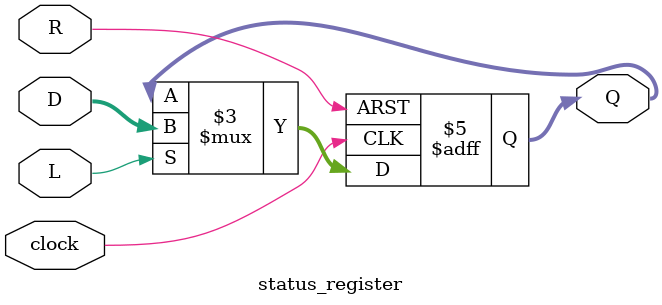
<source format=v>
module status_register(Q, D, L, R, clock);

output reg [3:0]Q; // registered output

input [3:0]D; // data input

input L; // load enable

input R; // positive logic asynchronous reset

input clock;

always @(posedge clock or posedge R) begin

if(R)

Q <= 0;

else if(L)

Q <= D;

else

Q <= Q;

end

endmodule

</source>
